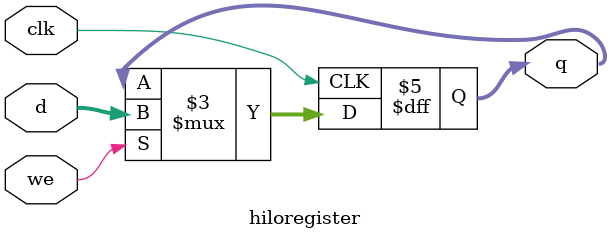
<source format=v>
module hiloregister # (parameter WIDTH = 32) (
        input  wire             clk,
        input  wire             we,
        input  wire [WIDTH-1:0] d,
        output reg  [WIDTH-1:0] q
    );

    always @ (posedge clk) begin
        if (we) q <= d;
        else     q <= q;
    end
endmodule
</source>
